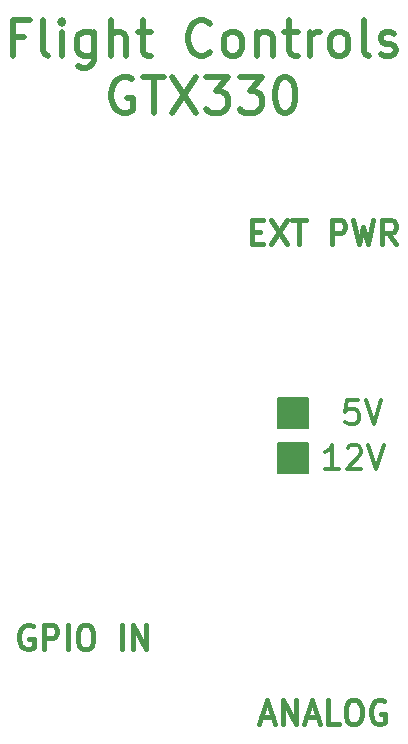
<source format=gto>
G04 #@! TF.GenerationSoftware,KiCad,Pcbnew,(6.0.9-0)*
G04 #@! TF.CreationDate,2023-02-07T08:35:15+01:00*
G04 #@! TF.ProjectId,fp_da20_controls,66705f64-6132-4305-9f63-6f6e74726f6c,A*
G04 #@! TF.SameCoordinates,Original*
G04 #@! TF.FileFunction,Legend,Top*
G04 #@! TF.FilePolarity,Positive*
%FSLAX46Y46*%
G04 Gerber Fmt 4.6, Leading zero omitted, Abs format (unit mm)*
G04 Created by KiCad (PCBNEW (6.0.9-0)) date 2023-02-07 08:35:15*
%MOMM*%
%LPD*%
G01*
G04 APERTURE LIST*
%ADD10C,0.150000*%
%ADD11C,0.400000*%
%ADD12C,0.300000*%
%ADD13C,0.500000*%
%ADD14C,5.600000*%
%ADD15C,5.000000*%
G04 APERTURE END LIST*
D10*
X82550000Y-81280000D02*
X85090000Y-81280000D01*
X85090000Y-81280000D02*
X85090000Y-83820000D01*
X85090000Y-83820000D02*
X82550000Y-83820000D01*
X82550000Y-83820000D02*
X82550000Y-81280000D01*
G36*
X82550000Y-81280000D02*
G01*
X85090000Y-81280000D01*
X85090000Y-83820000D01*
X82550000Y-83820000D01*
X82550000Y-81280000D01*
G37*
X82550000Y-77470000D02*
X85090000Y-77470000D01*
X85090000Y-77470000D02*
X85090000Y-80010000D01*
X85090000Y-80010000D02*
X82550000Y-80010000D01*
X82550000Y-80010000D02*
X82550000Y-77470000D01*
G36*
X82550000Y-77470000D02*
G01*
X85090000Y-77470000D01*
X85090000Y-80010000D01*
X82550000Y-80010000D01*
X82550000Y-77470000D01*
G37*
D11*
X81121904Y-104473333D02*
X82074285Y-104473333D01*
X80931428Y-105044761D02*
X81598095Y-103044761D01*
X82264761Y-105044761D01*
X82931428Y-105044761D02*
X82931428Y-103044761D01*
X84074285Y-105044761D01*
X84074285Y-103044761D01*
X84931428Y-104473333D02*
X85883809Y-104473333D01*
X84740952Y-105044761D02*
X85407619Y-103044761D01*
X86074285Y-105044761D01*
X87693333Y-105044761D02*
X86740952Y-105044761D01*
X86740952Y-103044761D01*
X88740952Y-103044761D02*
X89121904Y-103044761D01*
X89312380Y-103140000D01*
X89502857Y-103330476D01*
X89598095Y-103711428D01*
X89598095Y-104378095D01*
X89502857Y-104759047D01*
X89312380Y-104949523D01*
X89121904Y-105044761D01*
X88740952Y-105044761D01*
X88550476Y-104949523D01*
X88360000Y-104759047D01*
X88264761Y-104378095D01*
X88264761Y-103711428D01*
X88360000Y-103330476D01*
X88550476Y-103140000D01*
X88740952Y-103044761D01*
X91502857Y-103140000D02*
X91312380Y-103044761D01*
X91026666Y-103044761D01*
X90740952Y-103140000D01*
X90550476Y-103330476D01*
X90455238Y-103520952D01*
X90360000Y-103901904D01*
X90360000Y-104187619D01*
X90455238Y-104568571D01*
X90550476Y-104759047D01*
X90740952Y-104949523D01*
X91026666Y-105044761D01*
X91217142Y-105044761D01*
X91502857Y-104949523D01*
X91598095Y-104854285D01*
X91598095Y-104187619D01*
X91217142Y-104187619D01*
D12*
X87661904Y-83454761D02*
X86519047Y-83454761D01*
X87090476Y-83454761D02*
X87090476Y-81454761D01*
X86900000Y-81740476D01*
X86709523Y-81930952D01*
X86519047Y-82026190D01*
X88423809Y-81645238D02*
X88519047Y-81550000D01*
X88709523Y-81454761D01*
X89185714Y-81454761D01*
X89376190Y-81550000D01*
X89471428Y-81645238D01*
X89566666Y-81835714D01*
X89566666Y-82026190D01*
X89471428Y-82311904D01*
X88328571Y-83454761D01*
X89566666Y-83454761D01*
X90138095Y-81454761D02*
X90804761Y-83454761D01*
X91471428Y-81454761D01*
D13*
X61057142Y-46900714D02*
X60057142Y-46900714D01*
X60057142Y-48472142D02*
X60057142Y-45472142D01*
X61485714Y-45472142D01*
X63057142Y-48472142D02*
X62771428Y-48329285D01*
X62628571Y-48043571D01*
X62628571Y-45472142D01*
X64200000Y-48472142D02*
X64200000Y-46472142D01*
X64200000Y-45472142D02*
X64057142Y-45615000D01*
X64200000Y-45757857D01*
X64342857Y-45615000D01*
X64200000Y-45472142D01*
X64200000Y-45757857D01*
X66914285Y-46472142D02*
X66914285Y-48900714D01*
X66771428Y-49186428D01*
X66628571Y-49329285D01*
X66342857Y-49472142D01*
X65914285Y-49472142D01*
X65628571Y-49329285D01*
X66914285Y-48329285D02*
X66628571Y-48472142D01*
X66057142Y-48472142D01*
X65771428Y-48329285D01*
X65628571Y-48186428D01*
X65485714Y-47900714D01*
X65485714Y-47043571D01*
X65628571Y-46757857D01*
X65771428Y-46615000D01*
X66057142Y-46472142D01*
X66628571Y-46472142D01*
X66914285Y-46615000D01*
X68342857Y-48472142D02*
X68342857Y-45472142D01*
X69628571Y-48472142D02*
X69628571Y-46900714D01*
X69485714Y-46615000D01*
X69200000Y-46472142D01*
X68771428Y-46472142D01*
X68485714Y-46615000D01*
X68342857Y-46757857D01*
X70628571Y-46472142D02*
X71771428Y-46472142D01*
X71057142Y-45472142D02*
X71057142Y-48043571D01*
X71200000Y-48329285D01*
X71485714Y-48472142D01*
X71771428Y-48472142D01*
X76771428Y-48186428D02*
X76628571Y-48329285D01*
X76200000Y-48472142D01*
X75914285Y-48472142D01*
X75485714Y-48329285D01*
X75200000Y-48043571D01*
X75057142Y-47757857D01*
X74914285Y-47186428D01*
X74914285Y-46757857D01*
X75057142Y-46186428D01*
X75200000Y-45900714D01*
X75485714Y-45615000D01*
X75914285Y-45472142D01*
X76200000Y-45472142D01*
X76628571Y-45615000D01*
X76771428Y-45757857D01*
X78485714Y-48472142D02*
X78200000Y-48329285D01*
X78057142Y-48186428D01*
X77914285Y-47900714D01*
X77914285Y-47043571D01*
X78057142Y-46757857D01*
X78200000Y-46615000D01*
X78485714Y-46472142D01*
X78914285Y-46472142D01*
X79200000Y-46615000D01*
X79342857Y-46757857D01*
X79485714Y-47043571D01*
X79485714Y-47900714D01*
X79342857Y-48186428D01*
X79200000Y-48329285D01*
X78914285Y-48472142D01*
X78485714Y-48472142D01*
X80771428Y-46472142D02*
X80771428Y-48472142D01*
X80771428Y-46757857D02*
X80914285Y-46615000D01*
X81200000Y-46472142D01*
X81628571Y-46472142D01*
X81914285Y-46615000D01*
X82057142Y-46900714D01*
X82057142Y-48472142D01*
X83057142Y-46472142D02*
X84200000Y-46472142D01*
X83485714Y-45472142D02*
X83485714Y-48043571D01*
X83628571Y-48329285D01*
X83914285Y-48472142D01*
X84200000Y-48472142D01*
X85200000Y-48472142D02*
X85200000Y-46472142D01*
X85200000Y-47043571D02*
X85342857Y-46757857D01*
X85485714Y-46615000D01*
X85771428Y-46472142D01*
X86057142Y-46472142D01*
X87485714Y-48472142D02*
X87200000Y-48329285D01*
X87057142Y-48186428D01*
X86914285Y-47900714D01*
X86914285Y-47043571D01*
X87057142Y-46757857D01*
X87200000Y-46615000D01*
X87485714Y-46472142D01*
X87914285Y-46472142D01*
X88200000Y-46615000D01*
X88342857Y-46757857D01*
X88485714Y-47043571D01*
X88485714Y-47900714D01*
X88342857Y-48186428D01*
X88200000Y-48329285D01*
X87914285Y-48472142D01*
X87485714Y-48472142D01*
X90200000Y-48472142D02*
X89914285Y-48329285D01*
X89771428Y-48043571D01*
X89771428Y-45472142D01*
X91200000Y-48329285D02*
X91485714Y-48472142D01*
X92057142Y-48472142D01*
X92342857Y-48329285D01*
X92485714Y-48043571D01*
X92485714Y-47900714D01*
X92342857Y-47615000D01*
X92057142Y-47472142D01*
X91628571Y-47472142D01*
X91342857Y-47329285D01*
X91200000Y-47043571D01*
X91200000Y-46900714D01*
X91342857Y-46615000D01*
X91628571Y-46472142D01*
X92057142Y-46472142D01*
X92342857Y-46615000D01*
X70128571Y-50445000D02*
X69842857Y-50302142D01*
X69414285Y-50302142D01*
X68985714Y-50445000D01*
X68699999Y-50730714D01*
X68557142Y-51016428D01*
X68414285Y-51587857D01*
X68414285Y-52016428D01*
X68557142Y-52587857D01*
X68699999Y-52873571D01*
X68985714Y-53159285D01*
X69414285Y-53302142D01*
X69699999Y-53302142D01*
X70128571Y-53159285D01*
X70271428Y-53016428D01*
X70271428Y-52016428D01*
X69699999Y-52016428D01*
X71128571Y-50302142D02*
X72842857Y-50302142D01*
X71985714Y-53302142D02*
X71985714Y-50302142D01*
X73557142Y-50302142D02*
X75557142Y-53302142D01*
X75557142Y-50302142D02*
X73557142Y-53302142D01*
X76414285Y-50302142D02*
X78271428Y-50302142D01*
X77271428Y-51445000D01*
X77699999Y-51445000D01*
X77985714Y-51587857D01*
X78128571Y-51730714D01*
X78271428Y-52016428D01*
X78271428Y-52730714D01*
X78128571Y-53016428D01*
X77985714Y-53159285D01*
X77699999Y-53302142D01*
X76842857Y-53302142D01*
X76557142Y-53159285D01*
X76414285Y-53016428D01*
X79271428Y-50302142D02*
X81128571Y-50302142D01*
X80128571Y-51445000D01*
X80557142Y-51445000D01*
X80842857Y-51587857D01*
X80985714Y-51730714D01*
X81128571Y-52016428D01*
X81128571Y-52730714D01*
X80985714Y-53016428D01*
X80842857Y-53159285D01*
X80557142Y-53302142D01*
X79699999Y-53302142D01*
X79414285Y-53159285D01*
X79271428Y-53016428D01*
X82985714Y-50302142D02*
X83271428Y-50302142D01*
X83557142Y-50445000D01*
X83699999Y-50587857D01*
X83842857Y-50873571D01*
X83985714Y-51445000D01*
X83985714Y-52159285D01*
X83842857Y-52730714D01*
X83699999Y-53016428D01*
X83557142Y-53159285D01*
X83271428Y-53302142D01*
X82985714Y-53302142D01*
X82699999Y-53159285D01*
X82557142Y-53016428D01*
X82414285Y-52730714D01*
X82271428Y-52159285D01*
X82271428Y-51445000D01*
X82414285Y-50873571D01*
X82557142Y-50587857D01*
X82699999Y-50445000D01*
X82985714Y-50302142D01*
D11*
X61754285Y-96790000D02*
X61563809Y-96694761D01*
X61278095Y-96694761D01*
X60992380Y-96790000D01*
X60801904Y-96980476D01*
X60706666Y-97170952D01*
X60611428Y-97551904D01*
X60611428Y-97837619D01*
X60706666Y-98218571D01*
X60801904Y-98409047D01*
X60992380Y-98599523D01*
X61278095Y-98694761D01*
X61468571Y-98694761D01*
X61754285Y-98599523D01*
X61849523Y-98504285D01*
X61849523Y-97837619D01*
X61468571Y-97837619D01*
X62706666Y-98694761D02*
X62706666Y-96694761D01*
X63468571Y-96694761D01*
X63659047Y-96790000D01*
X63754285Y-96885238D01*
X63849523Y-97075714D01*
X63849523Y-97361428D01*
X63754285Y-97551904D01*
X63659047Y-97647142D01*
X63468571Y-97742380D01*
X62706666Y-97742380D01*
X64706666Y-98694761D02*
X64706666Y-96694761D01*
X66040000Y-96694761D02*
X66420952Y-96694761D01*
X66611428Y-96790000D01*
X66801904Y-96980476D01*
X66897142Y-97361428D01*
X66897142Y-98028095D01*
X66801904Y-98409047D01*
X66611428Y-98599523D01*
X66420952Y-98694761D01*
X66040000Y-98694761D01*
X65849523Y-98599523D01*
X65659047Y-98409047D01*
X65563809Y-98028095D01*
X65563809Y-97361428D01*
X65659047Y-96980476D01*
X65849523Y-96790000D01*
X66040000Y-96694761D01*
X69278095Y-98694761D02*
X69278095Y-96694761D01*
X70230476Y-98694761D02*
X70230476Y-96694761D01*
X71373333Y-98694761D01*
X71373333Y-96694761D01*
X80312380Y-63357142D02*
X80979047Y-63357142D01*
X81264761Y-64404761D02*
X80312380Y-64404761D01*
X80312380Y-62404761D01*
X81264761Y-62404761D01*
X81931428Y-62404761D02*
X83264761Y-64404761D01*
X83264761Y-62404761D02*
X81931428Y-64404761D01*
X83740952Y-62404761D02*
X84883809Y-62404761D01*
X84312380Y-64404761D02*
X84312380Y-62404761D01*
X87074285Y-64404761D02*
X87074285Y-62404761D01*
X87836190Y-62404761D01*
X88026666Y-62500000D01*
X88121904Y-62595238D01*
X88217142Y-62785714D01*
X88217142Y-63071428D01*
X88121904Y-63261904D01*
X88026666Y-63357142D01*
X87836190Y-63452380D01*
X87074285Y-63452380D01*
X88883809Y-62404761D02*
X89360000Y-64404761D01*
X89740952Y-62976190D01*
X90121904Y-64404761D01*
X90598095Y-62404761D01*
X92502857Y-64404761D02*
X91836190Y-63452380D01*
X91360000Y-64404761D02*
X91360000Y-62404761D01*
X92121904Y-62404761D01*
X92312380Y-62500000D01*
X92407619Y-62595238D01*
X92502857Y-62785714D01*
X92502857Y-63071428D01*
X92407619Y-63261904D01*
X92312380Y-63357142D01*
X92121904Y-63452380D01*
X91360000Y-63452380D01*
D12*
X89280952Y-77644761D02*
X88328571Y-77644761D01*
X88233333Y-78597142D01*
X88328571Y-78501904D01*
X88519047Y-78406666D01*
X88995238Y-78406666D01*
X89185714Y-78501904D01*
X89280952Y-78597142D01*
X89376190Y-78787619D01*
X89376190Y-79263809D01*
X89280952Y-79454285D01*
X89185714Y-79549523D01*
X88995238Y-79644761D01*
X88519047Y-79644761D01*
X88328571Y-79549523D01*
X88233333Y-79454285D01*
X89947619Y-77644761D02*
X90614285Y-79644761D01*
X91280952Y-77644761D01*
%LPC*%
D14*
X88900000Y-40350000D03*
X63500000Y-40350000D03*
D15*
X66040000Y-150500000D03*
X66040000Y-103500000D03*
D14*
X88900000Y-162850000D03*
D15*
X86360000Y-143600000D03*
X86360000Y-110400000D03*
D14*
X63500000Y-162850000D03*
M02*

</source>
